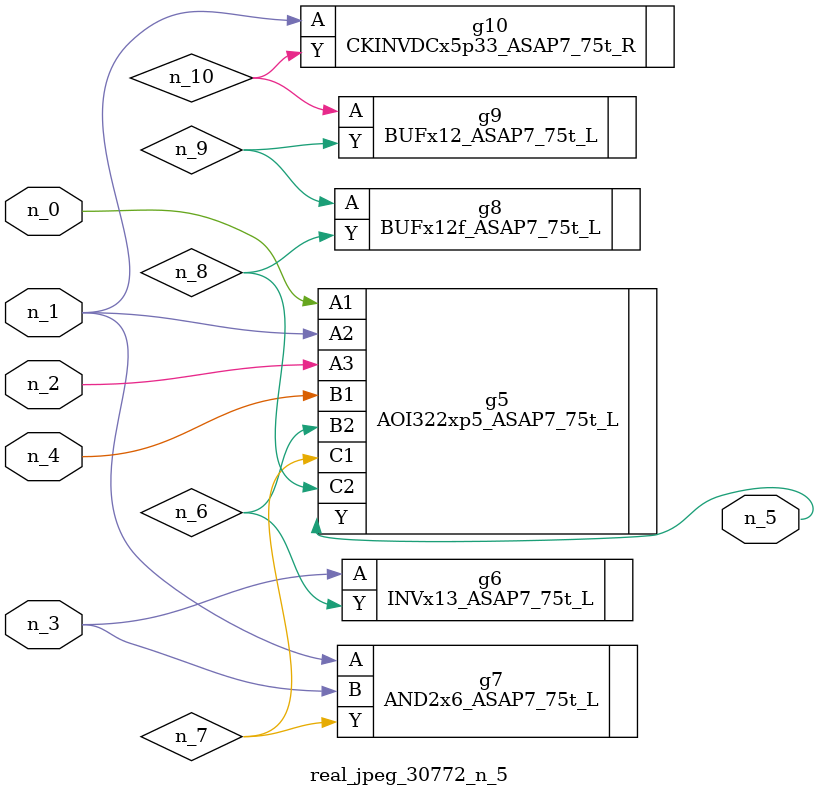
<source format=v>
module real_jpeg_30772_n_5 (n_4, n_0, n_1, n_2, n_3, n_5);

input n_4;
input n_0;
input n_1;
input n_2;
input n_3;

output n_5;

wire n_8;
wire n_6;
wire n_7;
wire n_10;
wire n_9;

AOI322xp5_ASAP7_75t_L g5 ( 
.A1(n_0),
.A2(n_1),
.A3(n_2),
.B1(n_4),
.B2(n_6),
.C1(n_7),
.C2(n_8),
.Y(n_5)
);

AND2x6_ASAP7_75t_L g7 ( 
.A(n_1),
.B(n_3),
.Y(n_7)
);

CKINVDCx5p33_ASAP7_75t_R g10 ( 
.A(n_1),
.Y(n_10)
);

INVx13_ASAP7_75t_L g6 ( 
.A(n_3),
.Y(n_6)
);

BUFx12f_ASAP7_75t_L g8 ( 
.A(n_9),
.Y(n_8)
);

BUFx12_ASAP7_75t_L g9 ( 
.A(n_10),
.Y(n_9)
);


endmodule
</source>
